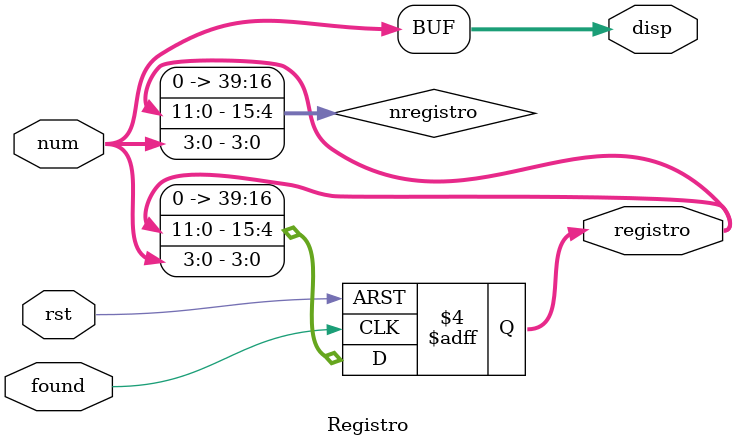
<source format=v>
`timescale 1ns / 1ps

module Registro(
    input   rst, found,
	 input   [3:0] num,
	 output reg [39:0] registro,
	 output [3:0] disp);

reg [39:0] nregistro;

assign disp = num;

always  @(posedge found or posedge rst)
       #4000000000
      if(rst == 1) registro = 0;
      else  registro = nregistro;

    always @(registro or num or found)
		 #4000000000
       nregistro = {registro[11:0], num};


endmodule

</source>
